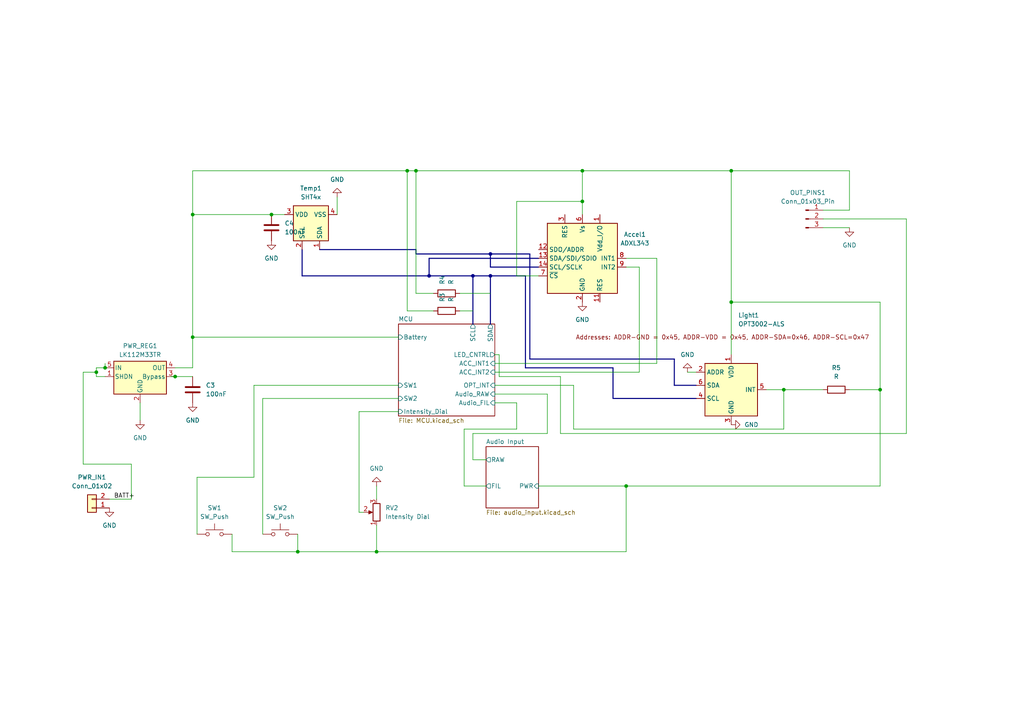
<source format=kicad_sch>
(kicad_sch (version 20230121) (generator eeschema)
  (paper "A4")
  (lib_symbols
    (symbol "Connector:Conn_01x03_Pin" (pin_names (offset 1.016) hide)
      (property "Reference" "J" (at 0 5.08 0))
      (property "Value" "Conn_01x03_Pin" (at 0 -5.08 0))
      (symbol "Conn_01x03_Pin_1_1"
        (polyline (pts (xy 1.27 -2.54) (xy 0.8636 -2.54)) (stroke (width 0.1524)))
        (polyline (pts (xy 1.27 0) (xy 0.8636 0)) (stroke (width 0.1524)))
        (polyline (pts (xy 1.27 2.54) (xy 0.8636 2.54)) (stroke (width 0.1524)))
        (rectangle (start 0.8636 -2.413) (end 0 -2.667) (stroke (width 0.1524)) (fill (type outline)))
        (rectangle (start 0.8636 0.127) (end 0 -0.127) (stroke (width 0.1524)) (fill (type outline)))
        (rectangle (start 0.8636 2.667) (end 0 2.413) (stroke (width 0.1524)) (fill (type outline)))
        (pin passive line (at 5.08 2.54 180) (length 3.81) (name "Pin_1") (number "1"))
        (pin passive line (at 5.08 0 180) (length 3.81) (name "Pin_2") (number "2"))
        (pin passive line (at 5.08 -2.54 180) (length 3.81) (name "Pin_3") (number "3"))
      )
    )
    (symbol "Connector_Generic:Conn_01x02" (pin_names (offset 1.016) hide)
      (property "Reference" "J" (at 0 2.54 0))
      (property "Value" "Conn_01x02" (at 0 -5.08 0))
      (symbol "Conn_01x02_1_1"
        (rectangle (start -1.27 -2.413) (end 0 -2.667) (stroke (width 0.1524)))
        (rectangle (start -1.27 0.127) (end 0 -0.127) (stroke (width 0.1524)))
        (rectangle (start -1.27 1.27) (end 1.27 -3.81) (stroke (width 0.254)) (fill (type background)))
        (pin passive line (at -5.08 0 0) (length 3.81) (name "Pin_1") (number "1"))
        (pin passive line (at -5.08 -2.54 0) (length 3.81) (name "Pin_2") (number "2"))
      )
    )
    (symbol "Device:C" (pin_numbers hide) (pin_names (offset 0.254))
      (property "Reference" "C" (at 0.635 2.54 0))
      (property "Value" "C" (at 0.635 -2.54 0))
      (symbol "C_0_1"
        (polyline (pts (xy -2.032 -0.762) (xy 2.032 -0.762)) (stroke (width 0.508)))
        (polyline (pts (xy -2.032 0.762) (xy 2.032 0.762)) (stroke (width 0.508)))
      )
      (symbol "C_1_1"
        (pin passive line (at 0 3.81 270) (length 2.794) (name "~") (number "1"))
        (pin passive line (at 0 -3.81 90) (length 2.794) (name "~") (number "2"))
      )
    )
    (symbol "Device:R" (pin_numbers hide) (pin_names (offset 0))
      (property "Reference" "R" (at 2.032 0 90))
      (property "Value" "R" (at 0 0 90))
      (symbol "R_0_1"
        (rectangle (start -1.016 -2.54) (end 1.016 2.54) (stroke (width 0.254)))
      )
      (symbol "R_1_1"
        (pin passive line (at 0 3.81 270) (length 1.27) (name "~") (number "1"))
        (pin passive line (at 0 -3.81 90) (length 1.27) (name "~") (number "2"))
      )
    )
    (symbol "Device:R_Potentiometer" (pin_names (offset 1.016) hide)
      (property "Reference" "RV" (at -4.445 0 90))
      (property "Value" "R_Potentiometer" (at -2.54 0 90))
      (symbol "R_Potentiometer_0_1"
        (polyline (pts (xy 2.54 0) (xy 1.524 0)))
        (polyline (pts (xy 1.143 0) (xy 2.286 0.508) (xy 2.286 -0.508) (xy 1.143 0)) (fill (type outline)))
        (rectangle (start 1.016 2.54) (end -1.016 -2.54) (stroke (width 0.254)))
      )
      (symbol "R_Potentiometer_1_1"
        (pin passive line (at 0 3.81 270) (length 1.27) (name "1") (number "1"))
        (pin passive line (at 3.81 0 180) (length 1.27) (name "2") (number "2"))
        (pin passive line (at 0 -3.81 90) (length 1.27) (name "3") (number "3"))
      )
    )
    (symbol "OPT3002-ALS_1"
      (property "Reference" "U" (at -7.62 8.89 0))
      (property "Value" "OPT3002-ALS_1" (at 1.27 8.89 0))
      (symbol "OPT3002-ALS_1_0_0"
        (text "Addresses: ADDR-GND = 0x45, ADDR-VDD = 0x45, ADDR-SDA=0x46, ADDR-SCL=0x47" (at -2.54 15.24 0) (effects (font (size 1.27 1.27))))
      )
      (symbol "OPT3002-ALS_1_0_1"
        (rectangle (start -7.62 7.62) (end 7.62 -7.62) (stroke (width 0.254)) (fill (type background)))
      )
      (symbol "OPT3002-ALS_1_1_1"
        (pin power_in line (at 0 10.16 270) (length 2.54) (name "VDD") (number "1"))
        (pin input line (at -10.16 5.08 0) (length 2.54) (name "ADDR") (number "2"))
        (pin no_connect line (at 2.54 0 180) (length 2.54) hide (name "NC") (number "2"))
        (pin power_in line (at 0 -10.16 90) (length 2.54) (name "GND") (number "3"))
        (pin input line (at -10.16 -2.54 0) (length 2.54) (name "SCL") (number "4"))
        (pin open_collector line (at 10.16 0 180) (length 2.54) (name "INT") (number "5"))
        (pin bidirectional line (at -10.16 1.27 0) (length 2.54) (name "SDA") (number "6"))
      )
    )
    (symbol "Regulator_Linear:LK112M33TR" (pin_names (offset 0.254))
      (property "Reference" "U" (at -6.35 5.715 0))
      (property "Value" "LK112M33TR" (at 0 5.715 0))
      (symbol "LK112M33TR_0_1"
        (rectangle (start -7.62 4.445) (end 7.62 -5.08) (stroke (width 0.254)) (fill (type background)))
      )
      (symbol "LK112M33TR_1_1"
        (pin input line (at -10.16 0 0) (length 2.54) (name "SHDN") (number "1"))
        (pin power_in line (at 0 -7.62 90) (length 2.54) (name "GND") (number "2"))
        (pin passive line (at 10.16 0 180) (length 2.54) (name "Bypass") (number "3"))
        (pin power_out line (at 10.16 2.54 180) (length 2.54) (name "OUT") (number "4"))
        (pin power_in line (at -10.16 2.54 0) (length 2.54) (name "IN") (number "5"))
      )
    )
    (symbol "Sensor_Humidity:SHT4x"
      (property "Reference" "U" (at 0 8.89 0))
      (property "Value" "SHT4x" (at 0 6.35 0))
      (symbol "SHT4x_1_1"
        (rectangle (start -5.08 5.08) (end 5.08 -5.08) (stroke (width 0.254)) (fill (type background)))
        (pin bidirectional line (at -7.62 -2.54 0) (length 2.54) (name "SDA") (number "1"))
        (pin input line (at -7.62 2.54 0) (length 2.54) (name "SCL") (number "2"))
        (pin power_in line (at 2.54 7.62 270) (length 2.54) (name "VDD") (number "3"))
        (pin power_in line (at 2.54 -7.62 90) (length 2.54) (name "VSS") (number "4"))
      )
    )
    (symbol "Sensor_Motion:ADXL343"
      (property "Reference" "U" (at -8.89 11.43 0))
      (property "Value" "ADXL343" (at -7.62 -11.43 0))
      (symbol "ADXL343_0_1"
        (rectangle (start -10.16 10.16) (end 10.16 -10.16) (stroke (width 0.254)) (fill (type background)))
      )
      (symbol "ADXL343_1_1"
        (pin power_in line (at 5.08 12.7 270) (length 2.54) (name "Vdd_I/O") (number "1"))
        (pin no_connect line (at -5.08 -10.16 90) (length 2.54) hide (name "NC") (number "10"))
        (pin passive line (at 5.08 -12.7 90) (length 2.54) (name "RES") (number "11"))
        (pin bidirectional line (at -12.7 2.54 0) (length 2.54) (name "SDO/ADDR") (number "12"))
        (pin bidirectional line (at -12.7 0 0) (length 2.54) (name "SDA/SDI/SDIO") (number "13"))
        (pin input line (at -12.7 -2.54 0) (length 2.54) (name "SCL/SCLK") (number "14"))
        (pin power_in line (at 0 -12.7 90) (length 2.54) (name "GND") (number "2"))
        (pin passive line (at -5.08 12.7 270) (length 2.54) (name "RES") (number "3"))
        (pin passive line (at 0 -12.7 90) (length 2.54) hide (name "GND") (number "4"))
        (pin passive line (at 0 -12.7 90) (length 2.54) hide (name "GND") (number "5"))
        (pin power_in line (at 0 12.7 270) (length 2.54) (name "Vs") (number "6"))
        (pin input line (at -12.7 -5.08 0) (length 2.54) (name "~{CS}") (number "7"))
        (pin output line (at 12.7 0 180) (length 2.54) (name "INT1") (number "8"))
        (pin output line (at 12.7 -2.54 180) (length 2.54) (name "INT2") (number "9"))
      )
    )
    (symbol "Switch:SW_Push" (pin_numbers hide) (pin_names (offset 1.016) hide)
      (property "Reference" "SW" (at 1.27 2.54 0))
      (property "Value" "SW_Push" (at 0 -1.524 0))
      (symbol "SW_Push_0_1"
        (circle (center -2.032 0) (radius 0.508))
        (polyline (pts (xy 0 1.27) (xy 0 3.048)))
        (polyline (pts (xy 2.54 1.27) (xy -2.54 1.27)))
        (circle (center 2.032 0) (radius 0.508))
        (pin passive line (at -5.08 0 0) (length 2.54) (name "1") (number "1"))
        (pin passive line (at 5.08 0 180) (length 2.54) (name "2") (number "2"))
      )
    )
    (symbol "power:GND" (power) (pin_names (offset 0))
      (property "Value" "GND" (at 0 -3.81 0))
      (symbol "GND_0_1"
        (polyline (pts (xy 0 0) (xy 0 -1.27) (xy 1.27 -1.27) (xy 0 -2.54) (xy -1.27 -1.27) (xy 0 -1.27)))
      )
      (symbol "GND_1_1"
        (pin power_in line (at 0 0 270) (length 0) hide (name "GND") (number "1"))
      )
    )
  )
  (junction (at 142.24 80.01))
  (junction (at 30.48 106.68))
  (junction (at 212.09 87.63))
  (junction (at 50.8 109.22))
  (junction (at 168.91 49.53))
  (junction (at 227.33 113.03))
  (junction (at 212.09 49.53))
  (junction (at 27.94 107.95))
  (junction (at 142.24 73.66))
  (junction (at 86.36 160.02))
  (junction (at 78.74 62.23))
  (junction (at 120.65 49.53))
  (junction (at 124.46 80.01))
  (junction (at 255.27 113.03))
  (junction (at 118.11 49.53))
  (junction (at 137.16 80.01))
  (junction (at 181.61 140.97))
  (junction (at 55.88 62.23))
  (junction (at 168.91 58.42))
  (junction (at 55.88 97.79))
  (junction (at 109.22 160.02))
  (wire (pts (xy 255.27 87.63) (xy 255.27 113.03)))
  (wire (pts (xy 140.97 133.35) (xy 137.16 133.35)))
  (wire (pts (xy 238.76 63.5) (xy 262.89 63.5)))
  (wire (pts (xy 55.88 62.23) (xy 78.74 62.23)))
  (wire (pts (xy 144.78 109.22) (xy 144.78 102.87)))
  (bus (pts (xy 142.24 80.01) (xy 152.4 80.01)))
  (bus (pts (xy 124.46 74.93) (xy 124.46 80.01)))
  (wire (pts (xy 137.16 133.35) (xy 137.16 125.73)))
  (wire (pts (xy 55.88 106.68) (xy 55.88 97.79)))
  (wire (pts (xy 73.66 111.76) (xy 115.57 111.76)))
  (wire (pts (xy 255.27 113.03) (xy 255.27 140.97)))
  (wire (pts (xy 125.73 85.09) (xy 120.65 85.09)))
  (wire (pts (xy 262.89 63.5) (xy 262.89 125.73)))
  (bus (pts (xy 124.46 80.01) (xy 137.16 80.01)))
  (wire (pts (xy 134.62 124.46) (xy 149.86 124.46)))
  (wire (pts (xy 38.1 134.62) (xy 38.1 144.78)))
  (wire (pts (xy 185.42 107.95) (xy 143.51 107.95)))
  (wire (pts (xy 212.09 87.63) (xy 212.09 102.87)))
  (wire (pts (xy 50.8 106.68) (xy 55.88 106.68)))
  (bus (pts (xy 137.16 80.01) (xy 142.24 80.01)))
  (wire (pts (xy 104.14 119.38) (xy 115.57 119.38)))
  (wire (pts (xy 31.75 144.78) (xy 38.1 144.78)))
  (wire (pts (xy 238.76 66.04) (xy 246.38 66.04)))
  (wire (pts (xy 168.91 58.42) (xy 168.91 62.23)))
  (wire (pts (xy 149.86 58.42) (xy 168.91 58.42)))
  (wire (pts (xy 162.56 109.22) (xy 162.56 125.73)))
  (wire (pts (xy 104.14 148.59) (xy 104.14 119.38)))
  (wire (pts (xy 57.15 154.94) (xy 57.15 138.43)))
  (wire (pts (xy 49.53 109.22) (xy 50.8 109.22)))
  (bus (pts (xy 201.93 115.57) (xy 177.8 115.57)))
  (wire (pts (xy 149.86 80.01) (xy 149.86 58.42)))
  (wire (pts (xy 30.48 109.22) (xy 27.94 109.22)))
  (wire (pts (xy 118.11 90.17) (xy 125.73 90.17)))
  (wire (pts (xy 238.76 113.03) (xy 227.33 113.03)))
  (wire (pts (xy 40.64 121.92) (xy 40.64 116.84)))
  (bus (pts (xy 137.16 80.01) (xy 137.16 93.98)))
  (wire (pts (xy 55.88 97.79) (xy 115.57 97.79)))
  (wire (pts (xy 199.39 107.95) (xy 201.93 107.95)))
  (wire (pts (xy 120.65 49.53) (xy 168.91 49.53)))
  (wire (pts (xy 67.31 160.02) (xy 67.31 154.94)))
  (wire (pts (xy 24.13 134.62) (xy 24.13 107.95)))
  (bus (pts (xy 87.63 72.39) (xy 87.63 80.01)))
  (wire (pts (xy 109.22 160.02) (xy 109.22 152.4)))
  (wire (pts (xy 144.78 109.22) (xy 162.56 109.22)))
  (wire (pts (xy 181.61 74.93) (xy 190.5 74.93)))
  (wire (pts (xy 255.27 140.97) (xy 181.61 140.97)))
  (wire (pts (xy 76.2 115.57) (xy 115.57 115.57)))
  (wire (pts (xy 246.38 49.53) (xy 246.38 60.96)))
  (bus (pts (xy 92.71 72.39) (xy 120.65 72.39)))
  (bus (pts (xy 142.24 73.66) (xy 153.67 73.66)))
  (wire (pts (xy 140.97 140.97) (xy 134.62 140.97)))
  (wire (pts (xy 27.94 106.68) (xy 30.48 106.68)))
  (bus (pts (xy 153.67 73.66) (xy 153.67 104.14)))
  (wire (pts (xy 109.22 140.97) (xy 109.22 144.78)))
  (wire (pts (xy 156.21 80.01) (xy 149.86 80.01)))
  (wire (pts (xy 181.61 77.47) (xy 185.42 77.47)))
  (wire (pts (xy 162.56 125.73) (xy 262.89 125.73)))
  (wire (pts (xy 168.91 49.53) (xy 168.91 58.42)))
  (bus (pts (xy 195.58 111.76) (xy 201.93 111.76)))
  (wire (pts (xy 212.09 87.63) (xy 255.27 87.63)))
  (wire (pts (xy 158.75 125.73) (xy 158.75 114.3)))
  (wire (pts (xy 227.33 124.46) (xy 166.37 124.46)))
  (wire (pts (xy 73.66 138.43) (xy 73.66 111.76)))
  (wire (pts (xy 118.11 49.53) (xy 120.65 49.53)))
  (wire (pts (xy 109.22 160.02) (xy 86.36 160.02)))
  (wire (pts (xy 181.61 140.97) (xy 181.61 160.02)))
  (wire (pts (xy 55.88 62.23) (xy 55.88 97.79)))
  (wire (pts (xy 55.88 62.23) (xy 55.88 49.53)))
  (wire (pts (xy 149.86 116.84) (xy 143.51 116.84)))
  (wire (pts (xy 105.41 148.59) (xy 104.14 148.59)))
  (bus (pts (xy 120.65 73.66) (xy 142.24 73.66)))
  (wire (pts (xy 120.65 85.09) (xy 120.65 49.53)))
  (wire (pts (xy 109.22 160.02) (xy 181.61 160.02)))
  (wire (pts (xy 190.5 105.41) (xy 143.51 105.41)))
  (wire (pts (xy 24.13 107.95) (xy 27.94 107.95)))
  (wire (pts (xy 27.94 107.95) (xy 27.94 106.68)))
  (wire (pts (xy 166.37 124.46) (xy 166.37 111.76)))
  (bus (pts (xy 156.21 74.93) (xy 124.46 74.93)))
  (wire (pts (xy 50.8 109.22) (xy 55.88 109.22)))
  (wire (pts (xy 86.36 160.02) (xy 86.36 154.94)))
  (bus (pts (xy 152.4 80.01) (xy 152.4 106.68)))
  (wire (pts (xy 212.09 49.53) (xy 246.38 49.53)))
  (wire (pts (xy 238.76 60.96) (xy 246.38 60.96)))
  (bus (pts (xy 120.65 72.39) (xy 120.65 73.66)))
  (wire (pts (xy 133.35 90.17) (xy 137.16 90.17)))
  (wire (pts (xy 212.09 49.53) (xy 212.09 87.63)))
  (wire (pts (xy 55.88 49.53) (xy 118.11 49.53)))
  (wire (pts (xy 246.38 113.03) (xy 255.27 113.03)))
  (wire (pts (xy 24.13 134.62) (xy 38.1 134.62)))
  (wire (pts (xy 27.94 109.22) (xy 27.94 107.95)))
  (wire (pts (xy 190.5 74.93) (xy 190.5 105.41)))
  (wire (pts (xy 143.51 111.76) (xy 166.37 111.76)))
  (bus (pts (xy 142.24 77.47) (xy 156.21 77.47)))
  (wire (pts (xy 78.74 62.23) (xy 82.55 62.23)))
  (wire (pts (xy 185.42 77.47) (xy 185.42 107.95)))
  (wire (pts (xy 30.48 105.41) (xy 30.48 106.68)))
  (wire (pts (xy 227.33 113.03) (xy 227.33 124.46)))
  (bus (pts (xy 153.67 104.14) (xy 195.58 104.14)))
  (wire (pts (xy 222.25 113.03) (xy 227.33 113.03)))
  (wire (pts (xy 133.35 85.09) (xy 142.24 85.09)))
  (wire (pts (xy 158.75 114.3) (xy 143.51 114.3)))
  (wire (pts (xy 76.2 154.94) (xy 76.2 115.57)))
  (wire (pts (xy 86.36 160.02) (xy 67.31 160.02)))
  (wire (pts (xy 97.79 57.15) (xy 97.79 62.23)))
  (wire (pts (xy 181.61 140.97) (xy 156.21 140.97)))
  (bus (pts (xy 87.63 80.01) (xy 124.46 80.01)))
  (wire (pts (xy 149.86 124.46) (xy 149.86 116.84)))
  (bus (pts (xy 195.58 104.14) (xy 195.58 111.76)))
  (wire (pts (xy 137.16 125.73) (xy 158.75 125.73)))
  (wire (pts (xy 144.78 102.87) (xy 143.51 102.87)))
  (bus (pts (xy 152.4 106.68) (xy 177.8 106.68)))
  (wire (pts (xy 134.62 140.97) (xy 134.62 124.46)))
  (wire (pts (xy 57.15 138.43) (xy 73.66 138.43)))
  (wire (pts (xy 118.11 49.53) (xy 118.11 90.17)))
  (bus (pts (xy 142.24 80.01) (xy 142.24 93.98)))
  (wire (pts (xy 168.91 49.53) (xy 212.09 49.53)))
  (bus (pts (xy 142.24 77.47) (xy 142.24 73.66)))
  (bus (pts (xy 177.8 115.57) (xy 177.8 106.68)))
  (label "BATT+" (at 33.02 144.78 0))
  (symbol (lib_id "Switch:SW_Push") (at 81.28 154.94 0) (unit 1)
    (property "Reference" "SW2" (at 81.28 147.32 0))
    (property "Value" "SW_Push" (at 81.28 149.86 0))
    (property "Footprint" "Button_Switch_SMD:SW_Push_1P1T_NO_CK_KMR2" (effects hide))
    (property "Source" "https://www.digikey.com/en/products/detail/c-k-va/KMR223GLFG/401-1428-1-ND/550463" (effects hide))
  )
  (symbol (lib_id "power:GND") (at 212.09 123.19 90) (unit 1)
    (property "Reference" "#PWR08" (effects hide))
    (property "Value" "GND" (at 215.9 123.19 90) (effects (justify right)))
  )
  (symbol (lib_id "Connector:Conn_01x03_Pin") (at 233.68 63.5 0) (unit 1)
    (property "Reference" "OUT_PINS1" (at 234.315 55.88 0))
    (property "Value" "Conn_01x03_Pin" (at 234.315 58.42 0))
  )
  (symbol (lib_id "Sensor_Humidity:SHT4x") (at 90.17 64.77 90) (unit 1)
    (property "Reference" "Temp1" (at 90.17 54.61 90))
    (property "Value" "SHT4x" (at 90.17 57.15 90))
    (property "Footprint" "Sensor_Humidity:Sensirion_DFN-4_1.5x1.5mm_P0.8mm_SHT4x_NoCentralPad" (effects hide))
    (property "Datasheet" "https://sensirion.com/media/documents/33FD6951/624C4357/Datasheet_SHT4x.pdf" (effects hide))
  )
  (symbol (lib_id "Device:C") (at 55.88 113.03 0) (unit 1)
    (property "Reference" "C3" (at 59.69 111.76 0) (effects (justify left)))
    (property "Value" "100nF" (at 59.69 114.3 0) (effects (justify left)))
    (property "Footprint" "Capacitor_SMD:C_0603_1608Metric_Pad1.08x0.95mm_HandSolder" (effects hide))
  )
  (symbol (lib_id "power:GND") (at 55.88 116.84 0) (unit 1)
    (property "Reference" "#PWR018" (effects hide))
    (property "Value" "GND" (at 55.88 121.92 0))
  )
  (symbol (lib_id "Device:R") (at 129.54 85.09 90) (unit 1)
    (property "Reference" "R4" (at 128.27 82.55 0) (effects (justify left)))
    (property "Value" "R" (at 130.81 82.55 0) (effects (justify left)))
    (property "Footprint" "Resistor_SMD:R_0603_1608Metric_Pad0.98x0.95mm_HandSolder" (effects hide))
  )
  (symbol (lib_id "Device:C") (at 78.74 66.04 0) (unit 1)
    (property "Reference" "C4" (at 82.55 64.77 0) (effects (justify left)))
    (property "Value" "100nF" (at 82.55 67.31 0) (effects (justify left)))
    (property "Footprint" "Capacitor_SMD:C_0603_1608Metric_Pad1.08x0.95mm_HandSolder" (effects hide))
  )
  (symbol (lib_id "Device:R_Potentiometer") (at 109.22 148.59 180) (unit 1)
    (property "Reference" "RV2" (at 111.76 147.32 0) (effects (justify right)))
    (property "Value" "Intensity Dial" (at 111.76 149.86 0) (effects (justify right)))
    (property "Footprint" "Potentiometer_SMD:Potentiometer_Bourns_TC33X_Vertical" (effects hide))
    (property "Source" "https://www.digikey.com/en/products/detail/bourns-inc/TC33X-2-103E/612858" (effects hide))
  )
  (symbol (lib_id "Sensor_Motion:ADXL343") (at 168.91 74.93 0) (unit 1)
    (property "Reference" "Accel1" (at 184.15 68.0019 0))
    (property "Value" "ADXL343" (at 184.15 70.5419 0))
    (property "Footprint" "Package_LGA:LGA-14_3x5mm_P0.8mm_LayoutBorder1x6y" (effects hide))
    (property "Datasheet" "https://www.analog.com/media/en/technical-documentation/data-sheets/ADXL343.pdf" (effects hide))
  )
  (symbol (lib_id "power:GND") (at 199.39 107.95 180) (unit 1)
    (property "Reference" "#PWR013" (effects hide))
    (property "Value" "GND" (at 199.39 102.87 0))
  )
  (symbol (lib_id "Regulator_Linear:LK112M33TR") (at 40.64 109.22 0) (unit 1)
    (property "Reference" "PWR_REG1" (at 40.64 100.33 0))
    (property "Value" "LK112M33TR" (at 40.64 102.87 0))
    (property "Footprint" "Package_TO_SOT_SMD:SOT-23-5" (effects hide))
    (property "Datasheet" "https://www.st.com/resource/ja/datasheet/lk112.pdf" (effects hide))
  )
  (symbol (lib_id "Device:R") (at 242.57 113.03 270) (unit 1)
    (property "Reference" "R5" (at 242.57 106.68 90))
    (property "Value" "R" (at 242.57 109.22 90))
    (property "Footprint" "Resistor_SMD:R_0603_1608Metric_Pad0.98x0.95mm_HandSolder" (effects hide))
  )
  (symbol (lib_id "power:GND") (at 109.22 140.97 180) (unit 1)
    (property "Reference" "#PWR06" (effects hide))
    (property "Value" "GND" (at 109.22 135.89 0))
  )
  (symbol (lib_id "power:GND") (at 168.91 87.63 0) (unit 1)
    (property "Reference" "#PWR07" (effects hide))
    (property "Value" "GND" (at 168.91 92.71 0))
  )
  (symbol (lib_id "power:GND") (at 246.38 66.04 0) (unit 1)
    (property "Reference" "#PWR021" (effects hide))
    (property "Value" "GND" (at 246.38 71.12 0))
  )
  (symbol (lib_id "Connector_Generic:Conn_01x02") (at 26.67 147.32 180) (unit 1)
    (property "Reference" "PWR_IN1" (at 26.67 138.43 0))
    (property "Value" "Conn_01x02" (at 26.67 140.97 0))
  )
  (symbol (lib_id "power:GND") (at 78.74 69.85 0) (unit 1)
    (property "Reference" "#PWR019" (effects hide))
    (property "Value" "GND" (at 78.74 74.93 0))
  )
  (symbol (lib_name "OPT3002-ALS_1") (lib_id "Sensor_Optical:OPT3002-ALS") (at 212.09 113.03 0) (unit 1)
    (property "Reference" "Light1" (at 214.1094 91.44 0) (effects (justify left)))
    (property "Value" "OPT3002-ALS" (at 214.1094 93.98 0) (effects (justify left)))
    (property "Footprint" "OptoDevice:SON65P200X200X65-7N" (effects hide))
    (property "Datasheet" "https://www.ti.com/lit/ds/symlink/opt3002.pdf?ts=1686147829524&ref_url=https%253A%252F%252Fwww.ti.com%252Fproduct%252FOPT3002" (effects hide))
  )
  (symbol (lib_id "Switch:SW_Push") (at 62.23 154.94 0) (unit 1)
    (property "Reference" "SW1" (at 62.23 147.32 0))
    (property "Value" "SW_Push" (at 62.23 149.86 0))
    (property "Footprint" "Button_Switch_SMD:SW_Push_1P1T_NO_CK_KMR2" (effects hide))
    (property "Source" "https://www.digikey.com/en/products/detail/c-k-va/KMR223GLFG/401-1428-1-ND/550463" (effects hide))
  )
  (symbol (lib_id "power:GND") (at 97.79 57.15 180) (unit 1)
    (property "Reference" "#PWR04" (effects hide))
    (property "Value" "GND" (at 97.79 52.07 0))
  )
  (symbol (lib_id "power:GND") (at 40.64 121.92 0) (unit 1)
    (property "Reference" "#PWR012" (effects hide))
    (property "Value" "GND" (at 40.64 127 0))
  )
  (symbol (lib_id "Device:R") (at 129.54 90.17 90) (unit 1)
    (property "Reference" "R3" (at 128.27 87.63 0) (effects (justify left)))
    (property "Value" "R" (at 130.81 87.63 0) (effects (justify left)))
    (property "Footprint" "Resistor_SMD:R_0603_1608Metric_Pad0.98x0.95mm_HandSolder" (effects hide))
  )
  (symbol (lib_id "power:GND") (at 31.75 147.32 0) (unit 1)
    (property "Reference" "#PWR022" (effects hide))
    (property "Value" "GND" (at 31.75 152.4 0))
  )
  (sheet (at 140.97 129.54) (size 15.24 17.78) (stroke (width 0.1524))
    (property "Sheetname" "Audio Input" (at 140.97 128.8284 0) (effects (justify left bottom)))
    (property "Sheetfile" "audio_input.kicad_sch" (at 140.97 147.9046 0) (effects (justify left top)))
    (pin "RAW" output (at 140.97 133.35 180))
    (pin "FIL" output (at 140.97 140.97 180))
    (pin "PWR" input (at 156.21 140.97 0))
  )
  (sheet (at 115.57 93.98) (size 27.94 26.67) (stroke (width 0.1524))
    (property "Sheetname" "MCU" (at 115.57 93.2684 0) (effects (justify left bottom)))
    (property "Sheetfile" "MCU.kicad_sch" (at 115.57 121.2346 0) (effects (justify left top)))
    (pin "Intensity_Dial" input (at 115.57 119.38 180))
    (pin "Audio_FIL" input (at 143.51 116.84 0))
    (pin "SW2" input (at 115.57 115.57 180))
    (pin "SW1" input (at 115.57 111.76 180))
    (pin "Audio_RAW" input (at 143.51 114.3 0))
    (pin "SDA" output (at 142.24 93.98 90))
    (pin "SCL" output (at 137.16 93.98 90))
    (pin "Battery" input (at 115.57 97.79 180))
    (pin "LED_CNTRL" output (at 143.51 102.87 0))
    (pin "ACC_INT1" input (at 143.51 105.41 0))
    (pin "ACC_INT2" input (at 143.51 107.95 0))
    (pin "OPT_INT" input (at 143.51 111.76 0))
  )
)
</source>
